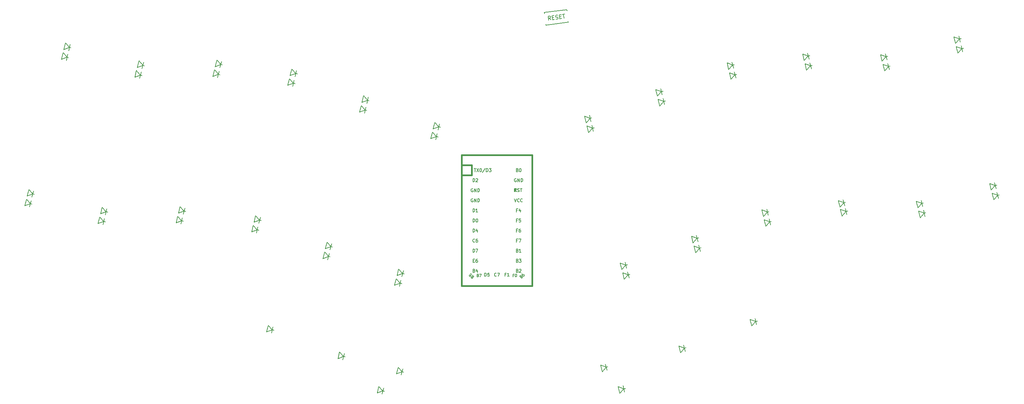
<source format=gto>
%TF.GenerationSoftware,KiCad,Pcbnew,(6.0.0-0)*%
%TF.CreationDate,2022-01-06T19:14:06+00:00*%
%TF.ProjectId,atreis,61747265-6973-42e6-9b69-6361645f7063,rev?*%
%TF.SameCoordinates,Original*%
%TF.FileFunction,Legend,Top*%
%TF.FilePolarity,Positive*%
%FSLAX46Y46*%
G04 Gerber Fmt 4.6, Leading zero omitted, Abs format (unit mm)*
G04 Created by KiCad (PCBNEW (6.0.0-0)) date 2022-01-06 19:14:06*
%MOMM*%
%LPD*%
G01*
G04 APERTURE LIST*
G04 Aperture macros list*
%AMRotRect*
0 Rectangle, with rotation*
0 The origin of the aperture is its center*
0 $1 length*
0 $2 width*
0 $3 Rotation angle, in degrees counterclockwise*
0 Add horizontal line*
21,1,$1,$2,0,0,$3*%
G04 Aperture macros list end*
%ADD10C,0.150000*%
%ADD11C,0.381000*%
%ADD12C,0.200000*%
%ADD13R,1.752600X1.752600*%
%ADD14C,1.752600*%
%ADD15C,3.000000*%
%ADD16C,1.900000*%
%ADD17C,4.100000*%
%ADD18RotRect,1.400000X1.400000X166.330000*%
%ADD19RotRect,1.600000X1.200000X166.330000*%
%ADD20C,1.400000*%
%ADD21RotRect,1.400000X1.400000X193.670000*%
%ADD22RotRect,1.600000X1.200000X193.670000*%
G04 APERTURE END LIST*
D10*
%TO.C,SW1*%
X196987593Y-54022526D02*
X196598711Y-53590508D01*
X196420424Y-54092166D02*
X196298554Y-53099620D01*
X196676667Y-53053193D01*
X196776998Y-53088851D01*
X196830066Y-53130312D01*
X196888937Y-53219036D01*
X196906347Y-53360829D01*
X196870689Y-53461160D01*
X196829228Y-53514228D01*
X196740503Y-53573098D01*
X196362390Y-53619525D01*
X197349133Y-53450391D02*
X197679982Y-53409768D01*
X197885611Y-53912263D02*
X197412970Y-53970296D01*
X197291100Y-52977750D01*
X197763741Y-52919717D01*
X198257920Y-53818573D02*
X198405516Y-53848427D01*
X198641836Y-53819411D01*
X198730561Y-53760540D01*
X198772022Y-53707473D01*
X198807680Y-53607141D01*
X198796073Y-53512613D01*
X198737202Y-53423888D01*
X198684135Y-53382427D01*
X198583803Y-53346770D01*
X198388944Y-53322719D01*
X198288612Y-53287061D01*
X198235545Y-53245600D01*
X198176674Y-53156875D01*
X198165067Y-53062347D01*
X198200725Y-52962016D01*
X198242186Y-52908948D01*
X198330911Y-52850078D01*
X198567231Y-52821061D01*
X198714827Y-52850915D01*
X199192433Y-53224063D02*
X199523282Y-53183439D01*
X199728911Y-53685935D02*
X199256270Y-53743968D01*
X199134400Y-52751422D01*
X199607041Y-52693389D01*
X199890626Y-52658569D02*
X200457795Y-52588929D01*
X200296080Y-53616295D02*
X200174211Y-52623749D01*
%TO.C,U1*%
X188582349Y-102062124D02*
X188315682Y-102062124D01*
X188315682Y-102481171D02*
X188315682Y-101681171D01*
X188696635Y-101681171D01*
X189344254Y-101947838D02*
X189344254Y-102481171D01*
X189153777Y-101643076D02*
X188963301Y-102214505D01*
X189458539Y-102214505D01*
X177317492Y-96639267D02*
X177241301Y-96601171D01*
X177127016Y-96601171D01*
X177012730Y-96639267D01*
X176936539Y-96715457D01*
X176898444Y-96791647D01*
X176860349Y-96944028D01*
X176860349Y-97058314D01*
X176898444Y-97210695D01*
X176936539Y-97286886D01*
X177012730Y-97363076D01*
X177127016Y-97401171D01*
X177203206Y-97401171D01*
X177317492Y-97363076D01*
X177355587Y-97324981D01*
X177355587Y-97058314D01*
X177203206Y-97058314D01*
X177698444Y-97401171D02*
X177698444Y-96601171D01*
X178155587Y-97401171D01*
X178155587Y-96601171D01*
X178536539Y-97401171D02*
X178536539Y-96601171D01*
X178727016Y-96601171D01*
X178841301Y-96639267D01*
X178917492Y-96715457D01*
X178955587Y-96791647D01*
X178993682Y-96944028D01*
X178993682Y-97058314D01*
X178955587Y-97210695D01*
X178917492Y-97286886D01*
X178841301Y-97363076D01*
X178727016Y-97401171D01*
X178536539Y-97401171D01*
X177625667Y-91521171D02*
X178082810Y-91521171D01*
X177854239Y-92321171D02*
X177854239Y-91521171D01*
X178273286Y-91521171D02*
X178806620Y-92321171D01*
X178806620Y-91521171D02*
X178273286Y-92321171D01*
X179263763Y-91521171D02*
X179339953Y-91521171D01*
X179416144Y-91559267D01*
X179454239Y-91597362D01*
X179492334Y-91673552D01*
X179530429Y-91825933D01*
X179530429Y-92016409D01*
X179492334Y-92168790D01*
X179454239Y-92244981D01*
X179416144Y-92283076D01*
X179339953Y-92321171D01*
X179263763Y-92321171D01*
X179187572Y-92283076D01*
X179149477Y-92244981D01*
X179111382Y-92168790D01*
X179073286Y-92016409D01*
X179073286Y-91825933D01*
X179111382Y-91673552D01*
X179149477Y-91597362D01*
X179187572Y-91559267D01*
X179263763Y-91521171D01*
X180444715Y-91483076D02*
X179759001Y-92511647D01*
X180711382Y-92321171D02*
X180711382Y-91521171D01*
X180901858Y-91521171D01*
X181016144Y-91559267D01*
X181092334Y-91635457D01*
X181130429Y-91711647D01*
X181168524Y-91864028D01*
X181168524Y-91978314D01*
X181130429Y-92130695D01*
X181092334Y-92206886D01*
X181016144Y-92283076D01*
X180901858Y-92321171D01*
X180711382Y-92321171D01*
X181435191Y-91521171D02*
X181930429Y-91521171D01*
X181663763Y-91825933D01*
X181778048Y-91825933D01*
X181854239Y-91864028D01*
X181892334Y-91902124D01*
X181930429Y-91978314D01*
X181930429Y-92168790D01*
X181892334Y-92244981D01*
X181854239Y-92283076D01*
X181778048Y-92321171D01*
X181549477Y-92321171D01*
X181473286Y-92283076D01*
X181435191Y-92244981D01*
X188582349Y-109682124D02*
X188315682Y-109682124D01*
X188315682Y-110101171D02*
X188315682Y-109301171D01*
X188696635Y-109301171D01*
X188925206Y-109301171D02*
X189458539Y-109301171D01*
X189115682Y-110101171D01*
X188525206Y-117302124D02*
X188639492Y-117340219D01*
X188677587Y-117378314D01*
X188715682Y-117454505D01*
X188715682Y-117568790D01*
X188677587Y-117644981D01*
X188639492Y-117683076D01*
X188563301Y-117721171D01*
X188258539Y-117721171D01*
X188258539Y-116921171D01*
X188525206Y-116921171D01*
X188601396Y-116959267D01*
X188639492Y-116997362D01*
X188677587Y-117073552D01*
X188677587Y-117149743D01*
X188639492Y-117225933D01*
X188601396Y-117264028D01*
X188525206Y-117302124D01*
X188258539Y-117302124D01*
X189020444Y-116997362D02*
X189058539Y-116959267D01*
X189134730Y-116921171D01*
X189325206Y-116921171D01*
X189401396Y-116959267D01*
X189439492Y-116997362D01*
X189477587Y-117073552D01*
X189477587Y-117149743D01*
X189439492Y-117264028D01*
X188982349Y-117721171D01*
X189477587Y-117721171D01*
X177374635Y-114762124D02*
X177641301Y-114762124D01*
X177755587Y-115181171D02*
X177374635Y-115181171D01*
X177374635Y-114381171D01*
X177755587Y-114381171D01*
X178441301Y-114381171D02*
X178288920Y-114381171D01*
X178212730Y-114419267D01*
X178174635Y-114457362D01*
X178098444Y-114571647D01*
X178060349Y-114724028D01*
X178060349Y-115028790D01*
X178098444Y-115104981D01*
X178136539Y-115143076D01*
X178212730Y-115181171D01*
X178365111Y-115181171D01*
X178441301Y-115143076D01*
X178479396Y-115104981D01*
X178517492Y-115028790D01*
X178517492Y-114838314D01*
X178479396Y-114762124D01*
X178441301Y-114724028D01*
X178365111Y-114685933D01*
X178212730Y-114685933D01*
X178136539Y-114724028D01*
X178098444Y-114762124D01*
X178060349Y-114838314D01*
X177336539Y-112641171D02*
X177336539Y-111841171D01*
X177527016Y-111841171D01*
X177641301Y-111879267D01*
X177717492Y-111955457D01*
X177755587Y-112031647D01*
X177793682Y-112184028D01*
X177793682Y-112298314D01*
X177755587Y-112450695D01*
X177717492Y-112526886D01*
X177641301Y-112603076D01*
X177527016Y-112641171D01*
X177336539Y-112641171D01*
X178060349Y-111841171D02*
X178593682Y-111841171D01*
X178250825Y-112641171D01*
X189552313Y-118794258D02*
X189646594Y-118747118D01*
X189693735Y-118747118D01*
X189764445Y-118770688D01*
X189835156Y-118841399D01*
X189858726Y-118912109D01*
X189858726Y-118959250D01*
X189835156Y-119029960D01*
X189646594Y-119218522D01*
X189151619Y-118723547D01*
X189316611Y-118558556D01*
X189387322Y-118534986D01*
X189434462Y-118534986D01*
X189505173Y-118558556D01*
X189552313Y-118605696D01*
X189575883Y-118676407D01*
X189575883Y-118723547D01*
X189552313Y-118794258D01*
X189387322Y-118959250D01*
X189858726Y-118016441D02*
X189764445Y-118110722D01*
X189740875Y-118181432D01*
X189740875Y-118228573D01*
X189764445Y-118346424D01*
X189835156Y-118464275D01*
X190023718Y-118652837D01*
X190094428Y-118676407D01*
X190141569Y-118676407D01*
X190212280Y-118652837D01*
X190306560Y-118558556D01*
X190330131Y-118487845D01*
X190330131Y-118440705D01*
X190306560Y-118369994D01*
X190188709Y-118252143D01*
X190117999Y-118228573D01*
X190070858Y-118228573D01*
X190000148Y-118252143D01*
X189905867Y-118346424D01*
X189882296Y-118417134D01*
X189882296Y-118464275D01*
X189905867Y-118534986D01*
X185661349Y-118272124D02*
X185394682Y-118272124D01*
X185394682Y-118691171D02*
X185394682Y-117891171D01*
X185775635Y-117891171D01*
X186499444Y-118691171D02*
X186042301Y-118691171D01*
X186270873Y-118691171D02*
X186270873Y-117891171D01*
X186194682Y-118005457D01*
X186118492Y-118081647D01*
X186042301Y-118119743D01*
X187782349Y-99141171D02*
X188049016Y-99941171D01*
X188315682Y-99141171D01*
X189039492Y-99864981D02*
X189001396Y-99903076D01*
X188887111Y-99941171D01*
X188810920Y-99941171D01*
X188696635Y-99903076D01*
X188620444Y-99826886D01*
X188582349Y-99750695D01*
X188544254Y-99598314D01*
X188544254Y-99484028D01*
X188582349Y-99331647D01*
X188620444Y-99255457D01*
X188696635Y-99179267D01*
X188810920Y-99141171D01*
X188887111Y-99141171D01*
X189001396Y-99179267D01*
X189039492Y-99217362D01*
X189839492Y-99864981D02*
X189801396Y-99903076D01*
X189687111Y-99941171D01*
X189610920Y-99941171D01*
X189496635Y-99903076D01*
X189420444Y-99826886D01*
X189382349Y-99750695D01*
X189344254Y-99598314D01*
X189344254Y-99484028D01*
X189382349Y-99331647D01*
X189420444Y-99255457D01*
X189496635Y-99179267D01*
X189610920Y-99141171D01*
X189687111Y-99141171D01*
X189801396Y-99179267D01*
X189839492Y-99217362D01*
X177336539Y-102481171D02*
X177336539Y-101681171D01*
X177527016Y-101681171D01*
X177641301Y-101719267D01*
X177717492Y-101795457D01*
X177755587Y-101871647D01*
X177793682Y-102024028D01*
X177793682Y-102138314D01*
X177755587Y-102290695D01*
X177717492Y-102366886D01*
X177641301Y-102443076D01*
X177527016Y-102481171D01*
X177336539Y-102481171D01*
X178555587Y-102481171D02*
X178098444Y-102481171D01*
X178327016Y-102481171D02*
X178327016Y-101681171D01*
X178250825Y-101795457D01*
X178174635Y-101871647D01*
X178098444Y-101909743D01*
X178604682Y-118479267D02*
X178704682Y-118512600D01*
X178738016Y-118545933D01*
X178771349Y-118612600D01*
X178771349Y-118712600D01*
X178738016Y-118779267D01*
X178704682Y-118812600D01*
X178638016Y-118845933D01*
X178371349Y-118845933D01*
X178371349Y-118145933D01*
X178604682Y-118145933D01*
X178671349Y-118179267D01*
X178704682Y-118212600D01*
X178738016Y-118279267D01*
X178738016Y-118345933D01*
X178704682Y-118412600D01*
X178671349Y-118445933D01*
X178604682Y-118479267D01*
X178371349Y-118479267D01*
X179004682Y-118145933D02*
X179471349Y-118145933D01*
X179171349Y-118845933D01*
X177603206Y-117302124D02*
X177717492Y-117340219D01*
X177755587Y-117378314D01*
X177793682Y-117454505D01*
X177793682Y-117568790D01*
X177755587Y-117644981D01*
X177717492Y-117683076D01*
X177641301Y-117721171D01*
X177336539Y-117721171D01*
X177336539Y-116921171D01*
X177603206Y-116921171D01*
X177679396Y-116959267D01*
X177717492Y-116997362D01*
X177755587Y-117073552D01*
X177755587Y-117149743D01*
X177717492Y-117225933D01*
X177679396Y-117264028D01*
X177603206Y-117302124D01*
X177336539Y-117302124D01*
X178479396Y-117187838D02*
X178479396Y-117721171D01*
X178288920Y-116883076D02*
X178098444Y-117454505D01*
X178593682Y-117454505D01*
X177336539Y-105021171D02*
X177336539Y-104221171D01*
X177527016Y-104221171D01*
X177641301Y-104259267D01*
X177717492Y-104335457D01*
X177755587Y-104411647D01*
X177793682Y-104564028D01*
X177793682Y-104678314D01*
X177755587Y-104830695D01*
X177717492Y-104906886D01*
X177641301Y-104983076D01*
X177527016Y-105021171D01*
X177336539Y-105021171D01*
X178288920Y-104221171D02*
X178365111Y-104221171D01*
X178441301Y-104259267D01*
X178479396Y-104297362D01*
X178517492Y-104373552D01*
X178555587Y-104525933D01*
X178555587Y-104716409D01*
X178517492Y-104868790D01*
X178479396Y-104944981D01*
X178441301Y-104983076D01*
X178365111Y-105021171D01*
X178288920Y-105021171D01*
X178212730Y-104983076D01*
X178174635Y-104944981D01*
X178136539Y-104868790D01*
X178098444Y-104716409D01*
X178098444Y-104525933D01*
X178136539Y-104373552D01*
X178174635Y-104297362D01*
X178212730Y-104259267D01*
X178288920Y-104221171D01*
X188582349Y-104602124D02*
X188315682Y-104602124D01*
X188315682Y-105021171D02*
X188315682Y-104221171D01*
X188696635Y-104221171D01*
X189382349Y-104221171D02*
X189001396Y-104221171D01*
X188963301Y-104602124D01*
X189001396Y-104564028D01*
X189077587Y-104525933D01*
X189268063Y-104525933D01*
X189344254Y-104564028D01*
X189382349Y-104602124D01*
X189420444Y-104678314D01*
X189420444Y-104868790D01*
X189382349Y-104944981D01*
X189344254Y-104983076D01*
X189268063Y-105021171D01*
X189077587Y-105021171D01*
X189001396Y-104983076D01*
X188963301Y-104944981D01*
X188525206Y-112222124D02*
X188639492Y-112260219D01*
X188677587Y-112298314D01*
X188715682Y-112374505D01*
X188715682Y-112488790D01*
X188677587Y-112564981D01*
X188639492Y-112603076D01*
X188563301Y-112641171D01*
X188258539Y-112641171D01*
X188258539Y-111841171D01*
X188525206Y-111841171D01*
X188601396Y-111879267D01*
X188639492Y-111917362D01*
X188677587Y-111993552D01*
X188677587Y-112069743D01*
X188639492Y-112145933D01*
X188601396Y-112184028D01*
X188525206Y-112222124D01*
X188258539Y-112222124D01*
X189477587Y-112641171D02*
X189020444Y-112641171D01*
X189249016Y-112641171D02*
X189249016Y-111841171D01*
X189172825Y-111955457D01*
X189096635Y-112031647D01*
X189020444Y-112069743D01*
X177336539Y-94861171D02*
X177336539Y-94061171D01*
X177527016Y-94061171D01*
X177641301Y-94099267D01*
X177717492Y-94175457D01*
X177755587Y-94251647D01*
X177793682Y-94404028D01*
X177793682Y-94518314D01*
X177755587Y-94670695D01*
X177717492Y-94746886D01*
X177641301Y-94823076D01*
X177527016Y-94861171D01*
X177336539Y-94861171D01*
X178098444Y-94137362D02*
X178136539Y-94099267D01*
X178212730Y-94061171D01*
X178403206Y-94061171D01*
X178479396Y-94099267D01*
X178517492Y-94137362D01*
X178555587Y-94213552D01*
X178555587Y-94289743D01*
X178517492Y-94404028D01*
X178060349Y-94861171D01*
X178555587Y-94861171D01*
X188525206Y-114762124D02*
X188639492Y-114800219D01*
X188677587Y-114838314D01*
X188715682Y-114914505D01*
X188715682Y-115028790D01*
X188677587Y-115104981D01*
X188639492Y-115143076D01*
X188563301Y-115181171D01*
X188258539Y-115181171D01*
X188258539Y-114381171D01*
X188525206Y-114381171D01*
X188601396Y-114419267D01*
X188639492Y-114457362D01*
X188677587Y-114533552D01*
X188677587Y-114609743D01*
X188639492Y-114685933D01*
X188601396Y-114724028D01*
X188525206Y-114762124D01*
X188258539Y-114762124D01*
X188982349Y-114381171D02*
X189477587Y-114381171D01*
X189210920Y-114685933D01*
X189325206Y-114685933D01*
X189401396Y-114724028D01*
X189439492Y-114762124D01*
X189477587Y-114838314D01*
X189477587Y-115028790D01*
X189439492Y-115104981D01*
X189401396Y-115143076D01*
X189325206Y-115181171D01*
X189096635Y-115181171D01*
X189020444Y-115143076D01*
X188982349Y-115104981D01*
X177336539Y-107561171D02*
X177336539Y-106761171D01*
X177527016Y-106761171D01*
X177641301Y-106799267D01*
X177717492Y-106875457D01*
X177755587Y-106951647D01*
X177793682Y-107104028D01*
X177793682Y-107218314D01*
X177755587Y-107370695D01*
X177717492Y-107446886D01*
X177641301Y-107523076D01*
X177527016Y-107561171D01*
X177336539Y-107561171D01*
X178479396Y-107027838D02*
X178479396Y-107561171D01*
X178288920Y-106723076D02*
X178098444Y-107294505D01*
X178593682Y-107294505D01*
X187654682Y-118479267D02*
X187421349Y-118479267D01*
X187421349Y-118845933D02*
X187421349Y-118145933D01*
X187754682Y-118145933D01*
X188154682Y-118145933D02*
X188221349Y-118145933D01*
X188288016Y-118179267D01*
X188321349Y-118212600D01*
X188354682Y-118279267D01*
X188388016Y-118412600D01*
X188388016Y-118579267D01*
X188354682Y-118712600D01*
X188321349Y-118779267D01*
X188288016Y-118812600D01*
X188221349Y-118845933D01*
X188154682Y-118845933D01*
X188088016Y-118812600D01*
X188054682Y-118779267D01*
X188021349Y-118712600D01*
X187988016Y-118579267D01*
X187988016Y-118412600D01*
X188021349Y-118279267D01*
X188054682Y-118212600D01*
X188088016Y-118179267D01*
X188154682Y-118145933D01*
X183254682Y-118614981D02*
X183216587Y-118653076D01*
X183102301Y-118691171D01*
X183026111Y-118691171D01*
X182911825Y-118653076D01*
X182835635Y-118576886D01*
X182797539Y-118500695D01*
X182759444Y-118348314D01*
X182759444Y-118234028D01*
X182797539Y-118081647D01*
X182835635Y-118005457D01*
X182911825Y-117929267D01*
X183026111Y-117891171D01*
X183102301Y-117891171D01*
X183216587Y-117929267D01*
X183254682Y-117967362D01*
X183521349Y-117891171D02*
X184054682Y-117891171D01*
X183711825Y-118691171D01*
X188239492Y-94099267D02*
X188163301Y-94061171D01*
X188049016Y-94061171D01*
X187934730Y-94099267D01*
X187858539Y-94175457D01*
X187820444Y-94251647D01*
X187782349Y-94404028D01*
X187782349Y-94518314D01*
X187820444Y-94670695D01*
X187858539Y-94746886D01*
X187934730Y-94823076D01*
X188049016Y-94861171D01*
X188125206Y-94861171D01*
X188239492Y-94823076D01*
X188277587Y-94784981D01*
X188277587Y-94518314D01*
X188125206Y-94518314D01*
X188620444Y-94861171D02*
X188620444Y-94061171D01*
X189077587Y-94861171D01*
X189077587Y-94061171D01*
X189458539Y-94861171D02*
X189458539Y-94061171D01*
X189649016Y-94061171D01*
X189763301Y-94099267D01*
X189839492Y-94175457D01*
X189877587Y-94251647D01*
X189915682Y-94404028D01*
X189915682Y-94518314D01*
X189877587Y-94670695D01*
X189839492Y-94746886D01*
X189763301Y-94823076D01*
X189649016Y-94861171D01*
X189458539Y-94861171D01*
X188525206Y-91902124D02*
X188639492Y-91940219D01*
X188677587Y-91978314D01*
X188715682Y-92054505D01*
X188715682Y-92168790D01*
X188677587Y-92244981D01*
X188639492Y-92283076D01*
X188563301Y-92321171D01*
X188258539Y-92321171D01*
X188258539Y-91521171D01*
X188525206Y-91521171D01*
X188601396Y-91559267D01*
X188639492Y-91597362D01*
X188677587Y-91673552D01*
X188677587Y-91749743D01*
X188639492Y-91825933D01*
X188601396Y-91864028D01*
X188525206Y-91902124D01*
X188258539Y-91902124D01*
X189210920Y-91521171D02*
X189287111Y-91521171D01*
X189363301Y-91559267D01*
X189401396Y-91597362D01*
X189439492Y-91673552D01*
X189477587Y-91825933D01*
X189477587Y-92016409D01*
X189439492Y-92168790D01*
X189401396Y-92244981D01*
X189363301Y-92283076D01*
X189287111Y-92321171D01*
X189210920Y-92321171D01*
X189134730Y-92283076D01*
X189096635Y-92244981D01*
X189058539Y-92168790D01*
X189020444Y-92016409D01*
X189020444Y-91825933D01*
X189058539Y-91673552D01*
X189096635Y-91597362D01*
X189134730Y-91559267D01*
X189210920Y-91521171D01*
X177153007Y-118864969D02*
X177105867Y-118770688D01*
X177105867Y-118723547D01*
X177129437Y-118652837D01*
X177200148Y-118582126D01*
X177270858Y-118558556D01*
X177317999Y-118558556D01*
X177388709Y-118582126D01*
X177577271Y-118770688D01*
X177082296Y-119265663D01*
X176917305Y-119100671D01*
X176893735Y-119029960D01*
X176893735Y-118982820D01*
X176917305Y-118912109D01*
X176964445Y-118864969D01*
X177035156Y-118841399D01*
X177082296Y-118841399D01*
X177153007Y-118864969D01*
X177317999Y-119029960D01*
X176351619Y-118534986D02*
X176587322Y-118770688D01*
X176846594Y-118558556D01*
X176799454Y-118558556D01*
X176728743Y-118534986D01*
X176610892Y-118417134D01*
X176587322Y-118346424D01*
X176587322Y-118299283D01*
X176610892Y-118228573D01*
X176728743Y-118110722D01*
X176799454Y-118087151D01*
X176846594Y-118087151D01*
X176917305Y-118110722D01*
X177035156Y-118228573D01*
X177058726Y-118299283D01*
X177058726Y-118346424D01*
X177317492Y-99179267D02*
X177241301Y-99141171D01*
X177127016Y-99141171D01*
X177012730Y-99179267D01*
X176936539Y-99255457D01*
X176898444Y-99331647D01*
X176860349Y-99484028D01*
X176860349Y-99598314D01*
X176898444Y-99750695D01*
X176936539Y-99826886D01*
X177012730Y-99903076D01*
X177127016Y-99941171D01*
X177203206Y-99941171D01*
X177317492Y-99903076D01*
X177355587Y-99864981D01*
X177355587Y-99598314D01*
X177203206Y-99598314D01*
X177698444Y-99941171D02*
X177698444Y-99141171D01*
X178155587Y-99941171D01*
X178155587Y-99141171D01*
X178536539Y-99941171D02*
X178536539Y-99141171D01*
X178727016Y-99141171D01*
X178841301Y-99179267D01*
X178917492Y-99255457D01*
X178955587Y-99331647D01*
X178993682Y-99484028D01*
X178993682Y-99598314D01*
X178955587Y-99750695D01*
X178917492Y-99826886D01*
X178841301Y-99903076D01*
X178727016Y-99941171D01*
X178536539Y-99941171D01*
X180257539Y-118691171D02*
X180257539Y-117891171D01*
X180448016Y-117891171D01*
X180562301Y-117929267D01*
X180638492Y-118005457D01*
X180676587Y-118081647D01*
X180714682Y-118234028D01*
X180714682Y-118348314D01*
X180676587Y-118500695D01*
X180638492Y-118576886D01*
X180562301Y-118653076D01*
X180448016Y-118691171D01*
X180257539Y-118691171D01*
X181438492Y-117891171D02*
X181057539Y-117891171D01*
X181019444Y-118272124D01*
X181057539Y-118234028D01*
X181133730Y-118195933D01*
X181324206Y-118195933D01*
X181400396Y-118234028D01*
X181438492Y-118272124D01*
X181476587Y-118348314D01*
X181476587Y-118538790D01*
X181438492Y-118614981D01*
X181400396Y-118653076D01*
X181324206Y-118691171D01*
X181133730Y-118691171D01*
X181057539Y-118653076D01*
X181019444Y-118614981D01*
X188587802Y-97333076D02*
X188702088Y-97371171D01*
X188892564Y-97371171D01*
X188968755Y-97333076D01*
X189006850Y-97294981D01*
X189044945Y-97218790D01*
X189044945Y-97142600D01*
X189006850Y-97066409D01*
X188968755Y-97028314D01*
X188892564Y-96990219D01*
X188740183Y-96952124D01*
X188663993Y-96914028D01*
X188625897Y-96875933D01*
X188587802Y-96799743D01*
X188587802Y-96723552D01*
X188625897Y-96647362D01*
X188663993Y-96609267D01*
X188740183Y-96571171D01*
X188930659Y-96571171D01*
X189044945Y-96609267D01*
X189273516Y-96571171D02*
X189730659Y-96571171D01*
X189502088Y-97371171D02*
X189502088Y-96571171D01*
X188582349Y-107142124D02*
X188315682Y-107142124D01*
X188315682Y-107561171D02*
X188315682Y-106761171D01*
X188696635Y-106761171D01*
X189344254Y-106761171D02*
X189191873Y-106761171D01*
X189115682Y-106799267D01*
X189077587Y-106837362D01*
X189001396Y-106951647D01*
X188963301Y-107104028D01*
X188963301Y-107408790D01*
X189001396Y-107484981D01*
X189039492Y-107523076D01*
X189115682Y-107561171D01*
X189268063Y-107561171D01*
X189344254Y-107523076D01*
X189382349Y-107484981D01*
X189420444Y-107408790D01*
X189420444Y-107218314D01*
X189382349Y-107142124D01*
X189344254Y-107104028D01*
X189268063Y-107065933D01*
X189115682Y-107065933D01*
X189039492Y-107104028D01*
X189001396Y-107142124D01*
X188963301Y-107218314D01*
X177793682Y-110024981D02*
X177755587Y-110063076D01*
X177641301Y-110101171D01*
X177565111Y-110101171D01*
X177450825Y-110063076D01*
X177374635Y-109986886D01*
X177336539Y-109910695D01*
X177298444Y-109758314D01*
X177298444Y-109644028D01*
X177336539Y-109491647D01*
X177374635Y-109415457D01*
X177450825Y-109339267D01*
X177565111Y-109301171D01*
X177641301Y-109301171D01*
X177755587Y-109339267D01*
X177793682Y-109377362D01*
X178479396Y-109301171D02*
X178327016Y-109301171D01*
X178250825Y-109339267D01*
X178212730Y-109377362D01*
X178136539Y-109491647D01*
X178098444Y-109644028D01*
X178098444Y-109948790D01*
X178136539Y-110024981D01*
X178174635Y-110063076D01*
X178250825Y-110101171D01*
X178403206Y-110101171D01*
X178479396Y-110063076D01*
X178517492Y-110024981D01*
X178555587Y-109948790D01*
X178555587Y-109758314D01*
X178517492Y-109682124D01*
X178479396Y-109644028D01*
X178403206Y-109605933D01*
X178250825Y-109605933D01*
X178174635Y-109644028D01*
X178136539Y-109682124D01*
X178098444Y-109758314D01*
%TO.C,SW1*%
X201397764Y-54637263D02*
X201367297Y-54389127D01*
X195740251Y-55331918D02*
X195709784Y-55083782D01*
X195350270Y-52155771D02*
X195380737Y-52403907D01*
X195350270Y-52155771D02*
X201007783Y-51461116D01*
X195740251Y-55331918D02*
X201397764Y-54637263D01*
X201007783Y-51461116D02*
X201038250Y-51709252D01*
D11*
%TO.C,U1*%
X174498016Y-88149267D02*
X174498016Y-90689267D01*
X177038016Y-90689267D02*
X177038016Y-93229267D01*
X192278016Y-88149267D02*
X174498016Y-88149267D01*
X177038016Y-90689267D02*
X174498016Y-90689267D01*
X174498016Y-121169267D02*
X192278016Y-121169267D01*
X177038016Y-93229267D02*
X174498016Y-93229267D01*
X192278016Y-121169267D02*
X192278016Y-90689267D01*
X174498016Y-90689267D02*
X174498016Y-121169267D01*
X192278016Y-90689267D02*
X192278016Y-88149267D01*
D10*
X188319584Y-96568627D02*
X188319584Y-96668627D01*
X188319584Y-96668627D02*
X187819584Y-96668627D01*
X187819584Y-96668627D02*
X187819584Y-96568627D01*
X187819584Y-96568627D02*
X188319584Y-96568627D01*
G36*
X188319584Y-96668627D02*
G01*
X187819584Y-96668627D01*
X187819584Y-96568627D01*
X188319584Y-96568627D01*
X188319584Y-96668627D01*
G37*
X188319584Y-96668627D02*
X187819584Y-96668627D01*
X187819584Y-96568627D01*
X188319584Y-96568627D01*
X188319584Y-96668627D01*
X188319584Y-96568627D02*
X188319584Y-96868627D01*
X188319584Y-96868627D02*
X188219584Y-96868627D01*
X188219584Y-96868627D02*
X188219584Y-96568627D01*
X188219584Y-96568627D02*
X188319584Y-96568627D01*
G36*
X188319584Y-96868627D02*
G01*
X188219584Y-96868627D01*
X188219584Y-96568627D01*
X188319584Y-96568627D01*
X188319584Y-96868627D01*
G37*
X188319584Y-96868627D02*
X188219584Y-96868627D01*
X188219584Y-96568627D01*
X188319584Y-96568627D01*
X188319584Y-96868627D01*
X188119584Y-96968627D02*
X188119584Y-97068627D01*
X188119584Y-97068627D02*
X188019584Y-97068627D01*
X188019584Y-97068627D02*
X188019584Y-96968627D01*
X188019584Y-96968627D02*
X188119584Y-96968627D01*
G36*
X188119584Y-97068627D02*
G01*
X188019584Y-97068627D01*
X188019584Y-96968627D01*
X188119584Y-96968627D01*
X188119584Y-97068627D01*
G37*
X188119584Y-97068627D02*
X188019584Y-97068627D01*
X188019584Y-96968627D01*
X188119584Y-96968627D01*
X188119584Y-97068627D01*
X187919584Y-96568627D02*
X187919584Y-97368627D01*
X187919584Y-97368627D02*
X187819584Y-97368627D01*
X187819584Y-97368627D02*
X187819584Y-96568627D01*
X187819584Y-96568627D02*
X187919584Y-96568627D01*
G36*
X187919584Y-97368627D02*
G01*
X187819584Y-97368627D01*
X187819584Y-96568627D01*
X187919584Y-96568627D01*
X187919584Y-97368627D01*
G37*
X187919584Y-97368627D02*
X187819584Y-97368627D01*
X187819584Y-96568627D01*
X187919584Y-96568627D01*
X187919584Y-97368627D01*
X188319584Y-97168627D02*
X188319584Y-97368627D01*
X188319584Y-97368627D02*
X188219584Y-97368627D01*
X188219584Y-97368627D02*
X188219584Y-97168627D01*
X188219584Y-97168627D02*
X188319584Y-97168627D01*
G36*
X188319584Y-97368627D02*
G01*
X188219584Y-97368627D01*
X188219584Y-97168627D01*
X188319584Y-97168627D01*
X188319584Y-97368627D01*
G37*
X188319584Y-97368627D02*
X188219584Y-97368627D01*
X188219584Y-97168627D01*
X188319584Y-97168627D01*
X188319584Y-97368627D01*
D12*
%TO.C,D28*%
X159468381Y-142804173D02*
X158454670Y-141682839D01*
X159469158Y-142804362D02*
X159857827Y-142898894D01*
X158454670Y-141682839D02*
X158052910Y-143334683D01*
X159468381Y-142804173D02*
X158052910Y-143334683D01*
X159658222Y-142027023D02*
X159280095Y-143581700D01*
%TO.C,D11*%
X150175831Y-76761272D02*
X150564500Y-76855804D01*
X149161343Y-75639749D02*
X148759583Y-77291593D01*
X150364895Y-75983933D02*
X149986768Y-77538610D01*
X150175054Y-76761083D02*
X149161343Y-75639749D01*
X150175054Y-76761083D02*
X148759583Y-77291593D01*
%TO.C,D54*%
X215406993Y-147107967D02*
X215795662Y-147013435D01*
X213990745Y-146577646D02*
X214392505Y-148229490D01*
X215406216Y-147108156D02*
X213990745Y-146577646D01*
X215406216Y-147108156D02*
X214392505Y-148229490D01*
X215217930Y-146330629D02*
X215596057Y-147885306D01*
%TO.C,D40*%
X299246663Y-60751982D02*
X299648423Y-62403826D01*
X300473848Y-60504965D02*
X300851975Y-62059642D01*
X300662911Y-61282303D02*
X301051580Y-61187771D01*
X300662134Y-61282492D02*
X299648423Y-62403826D01*
X300662134Y-61282492D02*
X299246663Y-60751982D01*
%TO.C,D24*%
X158003913Y-119353798D02*
X157602153Y-121005642D01*
X159207465Y-119697982D02*
X158829338Y-121252659D01*
X159018401Y-120475321D02*
X159407070Y-120569853D01*
X159017624Y-120475132D02*
X157602153Y-121005642D01*
X159017624Y-120475132D02*
X158003913Y-119353798D01*
%TO.C,D29*%
X206910504Y-78856578D02*
X207299173Y-78762046D01*
X206909727Y-78856767D02*
X205896016Y-79978101D01*
X205494256Y-78326257D02*
X205896016Y-79978101D01*
X206721441Y-78079240D02*
X207099568Y-79633917D01*
X206909727Y-78856767D02*
X205494256Y-78326257D01*
%TO.C,D8*%
X93503416Y-67944151D02*
X92489705Y-66822817D01*
X93503416Y-67944151D02*
X92087945Y-68474661D01*
X92489705Y-66822817D02*
X92087945Y-68474661D01*
X93693257Y-67167001D02*
X93315130Y-68721678D01*
X93504193Y-67944340D02*
X93892862Y-68038872D01*
%TO.C,D37*%
X243451023Y-67877990D02*
X243839692Y-67783458D01*
X243450246Y-67878179D02*
X242436535Y-68999513D01*
X242034775Y-67347669D02*
X242436535Y-68999513D01*
X243450246Y-67878179D02*
X242034775Y-67347669D01*
X243261960Y-67100652D02*
X243640087Y-68655329D01*
%TO.C,D43*%
X251607315Y-102490897D02*
X250191844Y-101960387D01*
X251608092Y-102490708D02*
X251996761Y-102396176D01*
X251419029Y-101713370D02*
X251797156Y-103268047D01*
X251607315Y-102490897D02*
X250593604Y-103612231D01*
X250191844Y-101960387D02*
X250593604Y-103612231D01*
%TO.C,D49*%
X252207592Y-104958948D02*
X251193881Y-106080282D01*
X252207592Y-104958948D02*
X250792121Y-104428438D01*
X252019306Y-104181421D02*
X252397433Y-105736098D01*
X250792121Y-104428438D02*
X251193881Y-106080282D01*
X252208369Y-104958759D02*
X252597038Y-104864227D01*
%TO.C,D12*%
X168145176Y-83484401D02*
X167131465Y-82363067D01*
X168335017Y-82707251D02*
X167956890Y-84261928D01*
X168145176Y-83484401D02*
X166729705Y-84014911D01*
X168145953Y-83484590D02*
X168534622Y-83579122D01*
X167131465Y-82363067D02*
X166729705Y-84014911D01*
%TO.C,D47*%
X215098682Y-117815050D02*
X215500442Y-119466894D01*
X216325867Y-117568033D02*
X216703994Y-119122710D01*
X216514153Y-118345560D02*
X215098682Y-117815050D01*
X216514153Y-118345560D02*
X215500442Y-119466894D01*
X216514930Y-118345371D02*
X216903599Y-118250839D01*
%TO.C,D23*%
X159617900Y-118007083D02*
X158202429Y-118537593D01*
X158604189Y-116885749D02*
X158202429Y-118537593D01*
X159618677Y-118007272D02*
X160007346Y-118101804D01*
X159807741Y-117229933D02*
X159429614Y-118784610D01*
X159617900Y-118007083D02*
X158604189Y-116885749D01*
%TO.C,D39*%
X282152539Y-65784378D02*
X282541208Y-65689846D01*
X282151762Y-65784567D02*
X281138051Y-66905901D01*
X280736291Y-65254057D02*
X281138051Y-66905901D01*
X282151762Y-65784567D02*
X280736291Y-65254057D01*
X281963476Y-65007040D02*
X282341603Y-66561717D01*
%TO.C,D55*%
X230688262Y-136856151D02*
X229674551Y-137977485D01*
X230689039Y-136855962D02*
X231077708Y-136761430D01*
X230688262Y-136856151D02*
X229272791Y-136325641D01*
X229272791Y-136325641D02*
X229674551Y-137977485D01*
X230499976Y-136078624D02*
X230878103Y-137633301D01*
%TO.C,D50*%
X271445766Y-102371092D02*
X271834435Y-102276560D01*
X271256703Y-101593754D02*
X271634830Y-103148431D01*
X271444989Y-102371281D02*
X270431278Y-103492615D01*
X270029518Y-101840771D02*
X270431278Y-103492615D01*
X271444989Y-102371281D02*
X270029518Y-101840771D01*
%TO.C,D16*%
X84253238Y-104905056D02*
X84641907Y-104999588D01*
X84442302Y-104127717D02*
X84064175Y-105682394D01*
X84252461Y-104904867D02*
X83238750Y-103783533D01*
X83238750Y-103783533D02*
X82836990Y-105435377D01*
X84252461Y-104904867D02*
X82836990Y-105435377D01*
%TO.C,D30*%
X224880624Y-72133259D02*
X225269293Y-72038727D01*
X223464376Y-71602938D02*
X223866136Y-73254782D01*
X224879847Y-72133448D02*
X223464376Y-71602938D01*
X224879847Y-72133448D02*
X223866136Y-73254782D01*
X224691561Y-71355921D02*
X225069688Y-72910598D01*
%TO.C,D31*%
X242850748Y-65409938D02*
X243239417Y-65315406D01*
X241434500Y-64879617D02*
X241836260Y-66531461D01*
X242849971Y-65410127D02*
X241434500Y-64879617D01*
X242661685Y-64632600D02*
X243039812Y-66187277D01*
X242849971Y-65410127D02*
X241836260Y-66531461D01*
%TO.C,D27*%
X154632479Y-147640301D02*
X153618768Y-146518967D01*
X154633256Y-147640490D02*
X155021925Y-147735022D01*
X154822320Y-146863151D02*
X154444193Y-148417828D01*
X154632479Y-147640301D02*
X153217008Y-148170811D01*
X153618768Y-146518967D02*
X153217008Y-148170811D01*
%TO.C,D26*%
X143706403Y-137834376D02*
X143304643Y-139486220D01*
X144720891Y-138955899D02*
X145109560Y-139050431D01*
X144909955Y-138178560D02*
X144531828Y-139733237D01*
X144720114Y-138955710D02*
X143706403Y-137834376D01*
X144720114Y-138955710D02*
X143304643Y-139486220D01*
%TO.C,D44*%
X270904740Y-100150040D02*
X269489269Y-99619530D01*
X270716454Y-99372513D02*
X271094581Y-100927190D01*
X270905517Y-100149851D02*
X271294186Y-100055319D01*
X270904740Y-100150040D02*
X269891029Y-101271374D01*
X269489269Y-99619530D02*
X269891029Y-101271374D01*
%TO.C,D41*%
X215913876Y-115877509D02*
X214498405Y-115346999D01*
X215913876Y-115877509D02*
X214900165Y-116998843D01*
X215914653Y-115877320D02*
X216303322Y-115782788D01*
X215725590Y-115099982D02*
X216103717Y-116654659D01*
X214498405Y-115346999D02*
X214900165Y-116998843D01*
%TO.C,D25*%
X126749992Y-132232390D02*
X125736281Y-131111056D01*
X126749992Y-132232390D02*
X125334521Y-132762900D01*
X126750769Y-132232579D02*
X127139438Y-132327111D01*
X126939833Y-131455240D02*
X126561706Y-133009917D01*
X125736281Y-131111056D02*
X125334521Y-132762900D01*
%TO.C,D42*%
X233884000Y-109154191D02*
X232870289Y-110275525D01*
X233695714Y-108376664D02*
X234073841Y-109931341D01*
X233884777Y-109154002D02*
X234273446Y-109059470D01*
X232468529Y-108623681D02*
X232870289Y-110275525D01*
X233884000Y-109154191D02*
X232468529Y-108623681D01*
%TO.C,D33*%
X280136015Y-62786005D02*
X280537775Y-64437849D01*
X281363200Y-62538988D02*
X281741327Y-64093665D01*
X281551486Y-63316515D02*
X280136015Y-62786005D01*
X281552263Y-63316326D02*
X281940932Y-63221794D01*
X281551486Y-63316515D02*
X280537775Y-64437849D01*
%TO.C,D10*%
X132271372Y-69230599D02*
X131893245Y-70785276D01*
X132082308Y-70007938D02*
X132470977Y-70102470D01*
X132081531Y-70007749D02*
X131067820Y-68886415D01*
X131067820Y-68886415D02*
X130666060Y-70538259D01*
X132081531Y-70007749D02*
X130666060Y-70538259D01*
%TO.C,D56*%
X248470096Y-129355301D02*
X248848223Y-130909978D01*
X248659159Y-130132639D02*
X249047828Y-130038107D01*
X248658382Y-130132828D02*
X247242911Y-129602318D01*
X247242911Y-129602318D02*
X247644671Y-131254162D01*
X248658382Y-130132828D02*
X247644671Y-131254162D01*
%TO.C,D38*%
X261085396Y-65066838D02*
X261487156Y-66718682D01*
X262312581Y-64819821D02*
X262690708Y-66374498D01*
X262500867Y-65597348D02*
X261487156Y-66718682D01*
X262501644Y-65597159D02*
X262890313Y-65502627D01*
X262500867Y-65597348D02*
X261085396Y-65066838D01*
%TO.C,D6*%
X168935294Y-80239206D02*
X168557167Y-81793883D01*
X168746230Y-81016545D02*
X169134899Y-81111077D01*
X168745453Y-81016356D02*
X167731742Y-79895022D01*
X168745453Y-81016356D02*
X167329982Y-81546866D01*
X167731742Y-79895022D02*
X167329982Y-81546866D01*
%TO.C,D17*%
X104504410Y-102249788D02*
X104893079Y-102344320D01*
X104693474Y-101472449D02*
X104315347Y-103027126D01*
X103489922Y-101128265D02*
X103088162Y-102780109D01*
X104503633Y-102249599D02*
X103088162Y-102780109D01*
X104503633Y-102249599D02*
X103489922Y-101128265D01*
%TO.C,D48*%
X234484274Y-111622238D02*
X233470563Y-112743572D01*
X234485051Y-111622049D02*
X234873720Y-111527517D01*
X234295988Y-110844711D02*
X234674115Y-112399388D01*
X234484274Y-111622238D02*
X233068803Y-111091728D01*
X233068803Y-111091728D02*
X233470563Y-112743572D01*
%TO.C,D2*%
X94104471Y-65476293D02*
X94493140Y-65570825D01*
X94103694Y-65476104D02*
X92688223Y-66006614D01*
X93089983Y-64354770D02*
X92688223Y-66006614D01*
X94103694Y-65476104D02*
X93089983Y-64354770D01*
X94293535Y-64698954D02*
X93915408Y-66253631D01*
%TO.C,D51*%
X291156689Y-102805119D02*
X291545358Y-102710587D01*
X290967626Y-102027781D02*
X291345753Y-103582458D01*
X291155912Y-102805308D02*
X290142201Y-103926642D01*
X291155912Y-102805308D02*
X289740441Y-102274798D01*
X289740441Y-102274798D02*
X290142201Y-103926642D01*
%TO.C,D22*%
X140924100Y-113721799D02*
X139910389Y-112600465D01*
X140924877Y-113721988D02*
X141313546Y-113816520D01*
X140924100Y-113721799D02*
X139508629Y-114252309D01*
X139910389Y-112600465D02*
X139508629Y-114252309D01*
X141113941Y-112944649D02*
X140735814Y-114499326D01*
%TO.C,D9*%
X112140603Y-66635599D02*
X111738843Y-68287443D01*
X113155091Y-67757122D02*
X113543760Y-67851654D01*
X113154314Y-67756933D02*
X111738843Y-68287443D01*
X113344155Y-66979783D02*
X112966028Y-68534460D01*
X113154314Y-67756933D02*
X112140603Y-66635599D01*
%TO.C,D36*%
X224064654Y-74070989D02*
X224466414Y-75722833D01*
X225480125Y-74601499D02*
X224064654Y-74070989D01*
X225480902Y-74601310D02*
X225869571Y-74506778D01*
X225480125Y-74601499D02*
X224466414Y-75722833D01*
X225291839Y-73823972D02*
X225669966Y-75378649D01*
%TO.C,D46*%
X308877723Y-95057656D02*
X309255850Y-96612333D01*
X309066009Y-95835183D02*
X307650538Y-95304673D01*
X307650538Y-95304673D02*
X308052298Y-96956517D01*
X309066786Y-95834994D02*
X309455455Y-95740462D01*
X309066009Y-95835183D02*
X308052298Y-96956517D01*
%TO.C,D1*%
X75783164Y-60196881D02*
X75405037Y-61751558D01*
X75593323Y-60974031D02*
X74177852Y-61504541D01*
X74579612Y-59852697D02*
X74177852Y-61504541D01*
X75593323Y-60974031D02*
X74579612Y-59852697D01*
X75594100Y-60974220D02*
X75982769Y-61068752D01*
%TO.C,D34*%
X298646385Y-58283932D02*
X299048145Y-59935776D01*
X300061856Y-58814442D02*
X298646385Y-58283932D01*
X299873570Y-58036915D02*
X300251697Y-59591592D01*
X300061856Y-58814442D02*
X299048145Y-59935776D01*
X300062633Y-58814253D02*
X300451302Y-58719721D01*
%TO.C,D21*%
X141525153Y-111253938D02*
X141913822Y-111348470D01*
X141524376Y-111253749D02*
X140108905Y-111784259D01*
X141524376Y-111253749D02*
X140510665Y-110132415D01*
X141714217Y-110476599D02*
X141336090Y-112031276D01*
X140510665Y-110132415D02*
X140108905Y-111784259D01*
%TO.C,D20*%
X121940265Y-105877144D02*
X121538505Y-107528988D01*
X122954753Y-106998667D02*
X123343422Y-107093199D01*
X122953976Y-106998478D02*
X121940265Y-105877144D01*
X122953976Y-106998478D02*
X121538505Y-107528988D01*
X123143817Y-106221328D02*
X122765690Y-107776005D01*
%TO.C,D45*%
X290555637Y-100337259D02*
X289140166Y-99806749D01*
X289140166Y-99806749D02*
X289541926Y-101458593D01*
X290555637Y-100337259D02*
X289541926Y-101458593D01*
X290367351Y-99559732D02*
X290745478Y-101114409D01*
X290556414Y-100337070D02*
X290945083Y-100242538D01*
%TO.C,D3*%
X113754591Y-65288885D02*
X112339120Y-65819395D01*
X112740880Y-64167551D02*
X112339120Y-65819395D01*
X113755368Y-65289074D02*
X114144037Y-65383606D01*
X113944432Y-64511735D02*
X113566305Y-66066412D01*
X113754591Y-65288885D02*
X112740880Y-64167551D01*
%TO.C,D14*%
X64728379Y-99281455D02*
X64326619Y-100933299D01*
X65931931Y-99625639D02*
X65553804Y-101180316D01*
X65742867Y-100402978D02*
X66131536Y-100497510D01*
X65742090Y-100402789D02*
X64326619Y-100933299D01*
X65742090Y-100402789D02*
X64728379Y-99281455D01*
%TO.C,D32*%
X260485118Y-62598789D02*
X260886878Y-64250633D01*
X261712303Y-62351772D02*
X262090430Y-63906449D01*
X261900589Y-63129299D02*
X260886878Y-64250633D01*
X261900589Y-63129299D02*
X260485118Y-62598789D01*
X261901366Y-63129110D02*
X262290035Y-63034578D01*
%TO.C,D52*%
X309667059Y-98303044D02*
X310055728Y-98208512D01*
X308250811Y-97772723D02*
X308652571Y-99424567D01*
X309477996Y-97525706D02*
X309856123Y-99080383D01*
X309666282Y-98303233D02*
X308250811Y-97772723D01*
X309666282Y-98303233D02*
X308652571Y-99424567D01*
%TO.C,D19*%
X123555032Y-104530619D02*
X123943701Y-104625151D01*
X122540544Y-103409096D02*
X122138784Y-105060940D01*
X123554255Y-104530430D02*
X122540544Y-103409096D01*
X123554255Y-104530430D02*
X122138784Y-105060940D01*
X123744096Y-103753280D02*
X123365969Y-105307957D01*
%TO.C,D13*%
X66532209Y-97157592D02*
X66154082Y-98712269D01*
X66343145Y-97934931D02*
X66731814Y-98029463D01*
X66342368Y-97934742D02*
X64926897Y-98465252D01*
X65328657Y-96813408D02*
X64926897Y-98465252D01*
X66342368Y-97934742D02*
X65328657Y-96813408D01*
%TO.C,D53*%
X210943867Y-141658365D02*
X209528396Y-141127855D01*
X210755581Y-140880838D02*
X211133708Y-142435515D01*
X210943867Y-141658365D02*
X209930156Y-142779699D01*
X210944644Y-141658176D02*
X211333313Y-141563644D01*
X209528396Y-141127855D02*
X209930156Y-142779699D01*
%TO.C,D5*%
X149761621Y-73171702D02*
X149359861Y-74823546D01*
X150776109Y-74293225D02*
X151164778Y-74387757D01*
X150775332Y-74293036D02*
X149761621Y-73171702D01*
X150775332Y-74293036D02*
X149359861Y-74823546D01*
X150965173Y-73515886D02*
X150587046Y-75070563D01*
%TO.C,D18*%
X103904136Y-104717836D02*
X104292805Y-104812368D01*
X104093200Y-103940497D02*
X103715073Y-105495174D01*
X103903359Y-104717647D02*
X102889648Y-103596313D01*
X103903359Y-104717647D02*
X102487888Y-105248157D01*
X102889648Y-103596313D02*
X102487888Y-105248157D01*
%TO.C,D15*%
X84852739Y-102436817D02*
X83839028Y-101315483D01*
X85042580Y-101659667D02*
X84664453Y-103214344D01*
X84852739Y-102436817D02*
X83437268Y-102967327D01*
X84853516Y-102437006D02*
X85242185Y-102531538D01*
X83839028Y-101315483D02*
X83437268Y-102967327D01*
%TO.C,D4*%
X132681808Y-67539702D02*
X131668097Y-66418368D01*
X132871649Y-66762552D02*
X132493522Y-68317229D01*
X131668097Y-66418368D02*
X131266337Y-68070212D01*
X132681808Y-67539702D02*
X131266337Y-68070212D01*
X132682585Y-67539891D02*
X133071254Y-67634423D01*
%TO.C,D7*%
X74993046Y-63442077D02*
X73979335Y-62320743D01*
X73979335Y-62320743D02*
X73577575Y-63972587D01*
X74993046Y-63442077D02*
X73577575Y-63972587D01*
X74993823Y-63442266D02*
X75382492Y-63536798D01*
X75182887Y-62664927D02*
X74804760Y-64219604D01*
%TO.C,D35*%
X207510780Y-81324630D02*
X207899449Y-81230098D01*
X206094532Y-80794309D02*
X206496292Y-82446153D01*
X207510003Y-81324819D02*
X206496292Y-82446153D01*
X207321717Y-80547292D02*
X207699844Y-82101969D01*
X207510003Y-81324819D02*
X206094532Y-80794309D01*
%TD*%
D13*
%TO.C,U1*%
X175768016Y-91959267D03*
D14*
X175768016Y-94499267D03*
X175768016Y-97039267D03*
X175768016Y-99579267D03*
X175768016Y-102119267D03*
X175768016Y-104659267D03*
X175768016Y-107199267D03*
X175768016Y-109739267D03*
X175768016Y-112279267D03*
X175768016Y-114819267D03*
X175768016Y-117359267D03*
X175996616Y-119899267D03*
X191008016Y-119899267D03*
X191008016Y-117359267D03*
X191008016Y-114819267D03*
X191008016Y-112279267D03*
X191008016Y-109739267D03*
X191008016Y-107199267D03*
X191008016Y-104659267D03*
X191008016Y-102119267D03*
X191008016Y-99579267D03*
X191008016Y-97039267D03*
X191008016Y-94499267D03*
X191008016Y-91959267D03*
X178308016Y-119899267D03*
X180848016Y-119899267D03*
X183388016Y-119899267D03*
X185928016Y-119899267D03*
X188468016Y-119899267D03*
%TD*%
%LPC*%
D15*
%TO.C,MX29*%
X201800513Y-66402141D03*
X196230666Y-70370883D03*
D16*
X205469116Y-70737964D03*
X195596918Y-73139070D03*
D17*
X200533017Y-71938517D03*
%TD*%
D15*
%TO.C,MX55*%
X229532324Y-140474797D03*
D17*
X228264828Y-146011173D03*
D16*
X223328729Y-147211726D03*
D15*
X223962477Y-144443539D03*
D16*
X233200927Y-144810620D03*
%TD*%
D17*
%TO.C,MX36*%
X223005215Y-83725568D03*
D16*
X227941314Y-82525015D03*
X218069116Y-84926121D03*
D15*
X218702864Y-82157934D03*
X224272711Y-78189192D03*
%TD*%
%TO.C,MX18*%
X154045801Y-105590794D03*
D16*
X162083697Y-110159811D03*
X152211499Y-107758705D03*
D17*
X157147598Y-108959258D03*
D15*
X160816201Y-104623436D03*
%TD*%
%TO.C,MX14*%
X79404039Y-90050538D03*
X86174439Y-89083180D03*
D17*
X82505836Y-93419002D03*
D16*
X87441935Y-94619555D03*
X77569737Y-92218449D03*
%TD*%
D15*
%TO.C,MX2*%
X88408189Y-53029801D03*
D16*
X96446085Y-57598818D03*
D17*
X91509986Y-56398265D03*
D15*
X95178589Y-52062443D03*
D16*
X86573887Y-55197712D03*
%TD*%
D17*
%TO.C,MX44*%
X264528030Y-93231787D03*
D16*
X259591931Y-94432340D03*
X269464129Y-92031234D03*
D15*
X260225679Y-91664153D03*
X265795526Y-87695411D03*
%TD*%
D16*
%TO.C,MX3*%
X116096983Y-57411599D03*
D15*
X114829487Y-51875224D03*
D17*
X111160884Y-56211046D03*
D16*
X106224785Y-55010493D03*
D15*
X108059087Y-52842582D03*
%TD*%
D17*
%TO.C,MX54*%
X209387998Y-159214464D03*
D15*
X214818425Y-157550593D03*
D16*
X212891265Y-162893257D03*
D15*
X208599944Y-154703736D03*
D16*
X205884731Y-155535671D03*
%TD*%
D15*
%TO.C,MX8*%
X90676514Y-70572811D03*
X83906114Y-71540169D03*
D16*
X91944010Y-76109186D03*
X82071812Y-73708080D03*
D17*
X87007911Y-74908633D03*
%TD*%
D16*
%TO.C,MX25*%
X115513714Y-138087297D03*
D17*
X120449813Y-139287850D03*
D16*
X125385912Y-140488403D03*
D15*
X117348016Y-135919386D03*
X124118416Y-134952028D03*
%TD*%
D16*
%TO.C,MX1*%
X68063516Y-50695636D03*
D15*
X76668218Y-47560367D03*
D16*
X77935714Y-53096742D03*
D17*
X72999615Y-51896189D03*
D15*
X69897818Y-48527725D03*
%TD*%
D17*
%TO.C,MX22*%
X116705276Y-114022989D03*
D15*
X120373879Y-109687167D03*
D16*
X111769177Y-112822436D03*
D15*
X113603479Y-110654525D03*
D16*
X121641375Y-115223542D03*
%TD*%
D15*
%TO.C,MX21*%
X94552860Y-108373690D03*
D17*
X97654657Y-111742154D03*
D15*
X101323260Y-107406332D03*
D16*
X102590756Y-112942707D03*
X92718558Y-110541601D03*
%TD*%
%TO.C,MX49*%
X254889349Y-112828817D03*
D17*
X249953250Y-114029370D03*
D15*
X245650899Y-112461736D03*
D16*
X245017151Y-115229923D03*
D15*
X251220746Y-108492994D03*
%TD*%
D16*
%TO.C,MX24*%
X147709421Y-126269074D03*
X157581619Y-128670180D03*
D17*
X152645520Y-127469627D03*
D15*
X156314123Y-123133805D03*
X149543723Y-124101163D03*
%TD*%
D16*
%TO.C,MX31*%
X241383122Y-57297703D03*
D15*
X232144672Y-56930622D03*
D16*
X231510924Y-59698809D03*
D15*
X237714519Y-52961880D03*
D17*
X236447023Y-58498256D03*
%TD*%
%TO.C,MX53*%
X196250746Y-145418990D03*
D15*
X201681173Y-143755119D03*
D16*
X199754013Y-149097783D03*
D15*
X195462692Y-140908262D03*
D16*
X192747479Y-141740197D03*
%TD*%
D15*
%TO.C,MX38*%
X261293450Y-69185037D03*
X255723603Y-73153779D03*
D16*
X264962053Y-73520860D03*
D17*
X260025954Y-74721413D03*
D16*
X255089855Y-75921966D03*
%TD*%
D17*
%TO.C,MX17*%
X139177475Y-102235935D03*
D16*
X144113574Y-103436488D03*
D15*
X136075678Y-98867471D03*
X142846078Y-97900113D03*
D16*
X134241376Y-101035382D03*
%TD*%
D17*
%TO.C,MX6*%
X166151745Y-71938517D03*
D16*
X161215646Y-70737964D03*
X171087844Y-73139070D03*
D15*
X169820348Y-67602695D03*
X163049948Y-68570053D03*
%TD*%
%TO.C,MX12*%
X158547873Y-87080423D03*
X165318273Y-86113065D03*
D16*
X156713571Y-89248334D03*
X166585769Y-91649440D03*
D17*
X161649670Y-90448887D03*
%TD*%
D15*
%TO.C,MX42*%
X223204938Y-100668304D03*
D16*
X232443388Y-101035385D03*
D17*
X227507289Y-102235938D03*
D16*
X222571190Y-103436491D03*
D15*
X228774785Y-96699562D03*
%TD*%
%TO.C,MX35*%
X200732740Y-88881253D03*
D16*
X200098992Y-91649440D03*
D17*
X205035091Y-90448887D03*
D15*
X206302587Y-84912511D03*
D16*
X209971190Y-89248334D03*
%TD*%
%TO.C,MX32*%
X250587778Y-57411597D03*
D15*
X256791373Y-50674668D03*
D16*
X260459976Y-55010491D03*
D15*
X251221526Y-54643410D03*
D17*
X255523877Y-56211044D03*
%TD*%
D16*
%TO.C,MX5*%
X143245524Y-64014643D03*
X153117722Y-66415749D03*
D17*
X148181623Y-65215196D03*
D15*
X151850226Y-60879374D03*
X145079826Y-61846732D03*
%TD*%
D16*
%TO.C,MX46*%
X297753197Y-90117480D03*
D17*
X302689296Y-88916927D03*
D15*
X298386945Y-87349293D03*
X303956792Y-83380551D03*
D16*
X307625395Y-87716374D03*
%TD*%
%TO.C,MX11*%
X148615648Y-84926121D03*
D15*
X140577752Y-80357104D03*
D17*
X143679549Y-83725568D03*
D16*
X138743450Y-82525015D03*
D15*
X147348152Y-79389746D03*
%TD*%
%TO.C,MX51*%
X284378652Y-110361741D03*
D16*
X293617102Y-110728822D03*
D17*
X288681003Y-111929375D03*
D15*
X289948499Y-106392999D03*
D16*
X283744904Y-113129928D03*
%TD*%
D15*
%TO.C,MX10*%
X122607628Y-73633784D03*
D16*
X130645524Y-78202801D03*
D17*
X125709425Y-77002248D03*
D16*
X120773326Y-75801695D03*
D15*
X129378028Y-72666426D03*
%TD*%
%TO.C,MX52*%
X308458865Y-101890923D03*
D16*
X302255270Y-108627852D03*
D17*
X307191369Y-107427299D03*
D16*
X312127468Y-106226746D03*
D15*
X302889018Y-105859665D03*
%TD*%
%TO.C,MX45*%
X285446422Y-87882630D03*
D16*
X279242827Y-94619559D03*
D17*
X284178926Y-93419006D03*
D16*
X289115025Y-92218453D03*
D15*
X279876575Y-91851372D03*
%TD*%
D16*
%TO.C,MX28*%
X166930749Y-149097783D03*
X173937283Y-141740197D03*
D17*
X170434016Y-145418990D03*
D15*
X165967169Y-146426451D03*
X168506857Y-140076326D03*
%TD*%
%TO.C,MX20*%
X74901962Y-108560911D03*
D16*
X73067660Y-110728822D03*
X82939858Y-113129928D03*
D17*
X78003759Y-111929375D03*
D15*
X81672362Y-107593553D03*
%TD*%
%TO.C,MX37*%
X242216596Y-71472253D03*
D16*
X236013001Y-78209182D03*
D15*
X236646749Y-75440995D03*
D16*
X245885199Y-75808076D03*
D17*
X240949100Y-77008629D03*
%TD*%
%TO.C,MX34*%
X293685143Y-51896189D03*
D16*
X298621242Y-50695636D03*
D15*
X289382792Y-50328555D03*
D16*
X288749044Y-53096742D03*
D15*
X294952639Y-46359813D03*
%TD*%
%TO.C,MX50*%
X264727751Y-110174524D03*
D16*
X273966201Y-110541605D03*
D15*
X270297598Y-106205782D03*
D16*
X264094003Y-112942711D03*
D17*
X269030102Y-111742158D03*
%TD*%
%TO.C,MX40*%
X298187222Y-70406560D03*
D16*
X293251123Y-71607113D03*
D15*
X299454718Y-64870184D03*
D16*
X303123321Y-69206007D03*
D15*
X293884871Y-68838926D03*
%TD*%
D16*
%TO.C,MX23*%
X139611497Y-121946862D03*
D15*
X138344001Y-116410487D03*
D16*
X129739299Y-119545756D03*
D17*
X134675398Y-120746309D03*
D15*
X131573601Y-117377845D03*
%TD*%
D13*
%TO.C,U1*%
X175768016Y-91959267D03*
D14*
X175768016Y-94499267D03*
X175768016Y-97039267D03*
X175768016Y-99579267D03*
X175768016Y-102119267D03*
X175768016Y-104659267D03*
X175768016Y-107199267D03*
X175768016Y-109739267D03*
X175768016Y-112279267D03*
X175768016Y-114819267D03*
X175768016Y-117359267D03*
X175996616Y-119899267D03*
X191008016Y-119899267D03*
X191008016Y-117359267D03*
X191008016Y-114819267D03*
X191008016Y-112279267D03*
X191008016Y-109739267D03*
X191008016Y-107199267D03*
X191008016Y-104659267D03*
X191008016Y-102119267D03*
X191008016Y-99579267D03*
X191008016Y-97039267D03*
X191008016Y-94499267D03*
X191008016Y-91959267D03*
X178308016Y-119899267D03*
X180848016Y-119899267D03*
X183388016Y-119899267D03*
X185928016Y-119899267D03*
X188468016Y-119899267D03*
%TD*%
D15*
%TO.C,MX48*%
X227707013Y-119178675D03*
D17*
X232009364Y-120746309D03*
D16*
X227073265Y-121946862D03*
D15*
X233276860Y-115209933D03*
D16*
X236945463Y-119545756D03*
%TD*%
D15*
%TO.C,MX9*%
X103557011Y-71352954D03*
X110327411Y-70385596D03*
D17*
X106658808Y-74721418D03*
D16*
X111594907Y-75921971D03*
X101722709Y-73520865D03*
%TD*%
D17*
%TO.C,MX7*%
X68497540Y-70406562D03*
D15*
X72166143Y-66070740D03*
X65395743Y-67038098D03*
D16*
X63561441Y-69206009D03*
X73433639Y-71607115D03*
%TD*%
D15*
%TO.C,MX56*%
X247502444Y-133751478D03*
D17*
X246234948Y-139287854D03*
D16*
X251171047Y-138087301D03*
D15*
X241932597Y-137720220D03*
D16*
X241298849Y-140488407D03*
%TD*%
D15*
%TO.C,MX33*%
X270872425Y-54830627D03*
D17*
X275174776Y-56398261D03*
D16*
X270238677Y-57598814D03*
D15*
X276442272Y-50861885D03*
D16*
X280110875Y-55197708D03*
%TD*%
D17*
%TO.C,MX39*%
X279676851Y-74908634D03*
D15*
X275374500Y-73341000D03*
X280944347Y-69372258D03*
D16*
X274740752Y-76109187D03*
X284612950Y-73708081D03*
%TD*%
%TO.C,MX47*%
X218975342Y-126269075D03*
D17*
X214039243Y-127469628D03*
D15*
X209736892Y-125901994D03*
X215306739Y-121933252D03*
D16*
X209103144Y-128670181D03*
%TD*%
%TO.C,MX19*%
X54557291Y-106226748D03*
D15*
X63161993Y-103091479D03*
D16*
X64429489Y-108627854D03*
D15*
X56391593Y-104058837D03*
D17*
X59493390Y-107427301D03*
%TD*%
D16*
%TO.C,MX13*%
X68931564Y-90117484D03*
X59059366Y-87716378D03*
D17*
X63995465Y-88916931D03*
D15*
X67664068Y-84581109D03*
X60893668Y-85548467D03*
%TD*%
D17*
%TO.C,MX16*%
X121207353Y-95512614D03*
D15*
X118105556Y-92144150D03*
D16*
X116271254Y-94312061D03*
D15*
X124875956Y-91176792D03*
D16*
X126143452Y-96713167D03*
%TD*%
D15*
%TO.C,MX4*%
X127109709Y-55123413D03*
D16*
X135147605Y-59692430D03*
D15*
X133880109Y-54156055D03*
D17*
X130211506Y-58491877D03*
D16*
X125275407Y-57291324D03*
%TD*%
D17*
%TO.C,MX15*%
X102156732Y-93231787D03*
D16*
X107092831Y-94432340D03*
D15*
X105825335Y-88895965D03*
X99054935Y-89863323D03*
D16*
X97220633Y-92031234D03*
%TD*%
%TO.C,MX30*%
X213567039Y-66415750D03*
D15*
X214200787Y-63647563D03*
D16*
X223439237Y-64014644D03*
D15*
X219770634Y-59678821D03*
D17*
X218503138Y-65215197D03*
%TD*%
D16*
%TO.C,MX26*%
X143356031Y-147211724D03*
D15*
X135318135Y-142642707D03*
X142088535Y-141675349D03*
D17*
X138419932Y-146011171D03*
D16*
X133483833Y-144810618D03*
%TD*%
D15*
%TO.C,MX41*%
X205234816Y-107391620D03*
D16*
X204601068Y-110159807D03*
D17*
X209537167Y-108959254D03*
D16*
X214473266Y-107758701D03*
D15*
X210804663Y-103422878D03*
%TD*%
%TO.C,MX43*%
X246718670Y-89982623D03*
D16*
X240515075Y-96719552D03*
D17*
X245451174Y-95518999D03*
D16*
X250387273Y-94318446D03*
D15*
X241148823Y-93951365D03*
%TD*%
D17*
%TO.C,MX27*%
X157296762Y-159214464D03*
D16*
X153793495Y-162893257D03*
D15*
X152829915Y-160221925D03*
X155369603Y-153871800D03*
D16*
X160800029Y-155535671D03*
%TD*%
D18*
%TO.C,D28*%
X160828723Y-143135034D03*
D19*
X157233533Y-142260615D03*
D20*
X154658599Y-141634342D03*
%TD*%
D18*
%TO.C,D11*%
X151535396Y-77091944D03*
D20*
X145365272Y-75591252D03*
D19*
X147940206Y-76217525D03*
%TD*%
D21*
%TO.C,D54*%
X216766558Y-146777295D03*
D22*
X213171368Y-147651714D03*
D20*
X210596434Y-148277987D03*
%TD*%
D21*
%TO.C,D40*%
X302022476Y-60951631D03*
D20*
X295852352Y-62452323D03*
D22*
X298427286Y-61826050D03*
%TD*%
D18*
%TO.C,D24*%
X160377966Y-120805993D03*
D20*
X154207842Y-119305301D03*
D19*
X156782776Y-119931574D03*
%TD*%
D21*
%TO.C,D29*%
X208270069Y-78525906D03*
D22*
X204674879Y-79400325D03*
D20*
X202099945Y-80026598D03*
%TD*%
D18*
%TO.C,D8*%
X94863758Y-68275012D03*
D19*
X91268568Y-67400593D03*
D20*
X88693634Y-66774320D03*
%TD*%
D21*
%TO.C,D37*%
X244810588Y-67547318D03*
D22*
X241215398Y-68421737D03*
D20*
X238640464Y-69048010D03*
%TD*%
D21*
%TO.C,D43*%
X252967657Y-102160036D03*
D22*
X249372467Y-103034455D03*
D20*
X246797533Y-103660728D03*
%TD*%
D21*
%TO.C,D49*%
X253567934Y-104628087D03*
D22*
X249972744Y-105502506D03*
D20*
X247397810Y-106128779D03*
%TD*%
D18*
%TO.C,D12*%
X169505518Y-83815262D03*
D19*
X165910328Y-82940843D03*
D20*
X163335394Y-82314570D03*
%TD*%
D21*
%TO.C,D47*%
X217874495Y-118014699D03*
D22*
X214279305Y-118889118D03*
D20*
X211704371Y-119515391D03*
%TD*%
D18*
%TO.C,D23*%
X160978242Y-118337944D03*
D20*
X154808118Y-116837252D03*
D19*
X157383052Y-117463525D03*
%TD*%
D21*
%TO.C,D39*%
X283512104Y-65453706D03*
D20*
X277341980Y-66954398D03*
D22*
X279916914Y-66328125D03*
%TD*%
D21*
%TO.C,D55*%
X232048604Y-136525290D03*
D22*
X228453414Y-137399709D03*
D20*
X225878480Y-138025982D03*
%TD*%
D21*
%TO.C,D50*%
X272805331Y-102040420D03*
D22*
X269210141Y-102914839D03*
D20*
X266635207Y-103541112D03*
%TD*%
D18*
%TO.C,D16*%
X85612803Y-105235728D03*
D20*
X79442679Y-103735036D03*
D19*
X82017613Y-104361309D03*
%TD*%
D21*
%TO.C,D30*%
X226240189Y-71802587D03*
D22*
X222644999Y-72677006D03*
D20*
X220070065Y-73303279D03*
%TD*%
D21*
%TO.C,D31*%
X244210313Y-65079266D03*
D22*
X240615123Y-65953685D03*
D20*
X238040189Y-66579958D03*
%TD*%
D18*
%TO.C,D27*%
X155992821Y-147971162D03*
D20*
X149822697Y-146470470D03*
D19*
X152397631Y-147096743D03*
%TD*%
D18*
%TO.C,D26*%
X146080456Y-139286571D03*
D19*
X142485266Y-138412152D03*
D20*
X139910332Y-137785879D03*
%TD*%
D21*
%TO.C,D44*%
X272265082Y-99819179D03*
D22*
X268669892Y-100693598D03*
D20*
X266094958Y-101319871D03*
%TD*%
D21*
%TO.C,D41*%
X217274218Y-115546648D03*
D22*
X213679028Y-116421067D03*
D20*
X211104094Y-117047340D03*
%TD*%
D18*
%TO.C,D25*%
X128110334Y-132563251D03*
D19*
X124515144Y-131688832D03*
D20*
X121940210Y-131062559D03*
%TD*%
D21*
%TO.C,D42*%
X235244342Y-108823330D03*
D20*
X229074218Y-110324022D03*
D22*
X231649152Y-109697749D03*
%TD*%
D21*
%TO.C,D33*%
X282911828Y-62985654D03*
D20*
X276741704Y-64486346D03*
D22*
X279316638Y-63860073D03*
%TD*%
D18*
%TO.C,D10*%
X133441873Y-70338610D03*
D19*
X129846683Y-69464191D03*
D20*
X127271749Y-68837918D03*
%TD*%
D21*
%TO.C,D56*%
X250018724Y-129801967D03*
D22*
X246423534Y-130676386D03*
D20*
X243848600Y-131302659D03*
%TD*%
D21*
%TO.C,D38*%
X263861209Y-65266487D03*
D20*
X257691085Y-66767179D03*
D22*
X260266019Y-66140906D03*
%TD*%
D18*
%TO.C,D6*%
X170105795Y-81347217D03*
D20*
X163935671Y-79846525D03*
D19*
X166510605Y-80472798D03*
%TD*%
D18*
%TO.C,D17*%
X105863975Y-102580460D03*
D19*
X102268785Y-101706041D03*
D20*
X99693851Y-101079768D03*
%TD*%
D21*
%TO.C,D48*%
X235844616Y-111291377D03*
D20*
X229674492Y-112792069D03*
D22*
X232249426Y-112165796D03*
%TD*%
D18*
%TO.C,D2*%
X95464036Y-65806965D03*
D20*
X89293912Y-64306273D03*
D19*
X91868846Y-64932546D03*
%TD*%
D21*
%TO.C,D51*%
X292516254Y-102474447D03*
D20*
X286346130Y-103975139D03*
D22*
X288921064Y-103348866D03*
%TD*%
D18*
%TO.C,D22*%
X142284442Y-114052660D03*
D20*
X136114318Y-112551968D03*
D19*
X138689252Y-113178241D03*
%TD*%
D18*
%TO.C,D9*%
X114514656Y-68087794D03*
D20*
X108344532Y-66587102D03*
D19*
X110919466Y-67213375D03*
%TD*%
D21*
%TO.C,D36*%
X226840467Y-74270638D03*
D22*
X223245277Y-75145057D03*
D20*
X220670343Y-75771330D03*
%TD*%
D21*
%TO.C,D46*%
X310426351Y-95504322D03*
D22*
X306831161Y-96378741D03*
D20*
X304256227Y-97005014D03*
%TD*%
D18*
%TO.C,D1*%
X76953665Y-61304892D03*
D19*
X73358475Y-60430473D03*
D20*
X70783541Y-59804200D03*
%TD*%
D21*
%TO.C,D34*%
X301422198Y-58483581D03*
D22*
X297827008Y-59358000D03*
D20*
X295252074Y-59984273D03*
%TD*%
D18*
%TO.C,D21*%
X142884718Y-111584610D03*
D20*
X136714594Y-110083918D03*
D19*
X139289528Y-110710191D03*
%TD*%
D18*
%TO.C,D20*%
X124314318Y-107329339D03*
D20*
X118144194Y-105828647D03*
D19*
X120719128Y-106454920D03*
%TD*%
D21*
%TO.C,D45*%
X291915979Y-100006398D03*
D22*
X288320789Y-100880817D03*
D20*
X285745855Y-101507090D03*
%TD*%
D18*
%TO.C,D3*%
X115114933Y-65619746D03*
D20*
X108944809Y-64119054D03*
D19*
X111519743Y-64745327D03*
%TD*%
D18*
%TO.C,D14*%
X67102432Y-100733650D03*
D19*
X63507242Y-99859231D03*
D20*
X60932308Y-99232958D03*
%TD*%
D21*
%TO.C,D32*%
X263260931Y-62798438D03*
D20*
X257090807Y-64299130D03*
D22*
X259665741Y-63672857D03*
%TD*%
D21*
%TO.C,D52*%
X311026624Y-97972372D03*
D22*
X307431434Y-98846791D03*
D20*
X304856500Y-99473064D03*
%TD*%
D18*
%TO.C,D19*%
X124914597Y-104861291D03*
D19*
X121319407Y-103986872D03*
D20*
X118744473Y-103360599D03*
%TD*%
D18*
%TO.C,D13*%
X67702710Y-98265603D03*
D20*
X61532586Y-96764911D03*
D19*
X64107520Y-97391184D03*
%TD*%
D21*
%TO.C,D53*%
X212304209Y-141327504D03*
D22*
X208709019Y-142201923D03*
D20*
X206134085Y-142828196D03*
%TD*%
D18*
%TO.C,D5*%
X152135674Y-74623897D03*
D19*
X148540484Y-73749478D03*
D20*
X145965550Y-73123205D03*
%TD*%
D18*
%TO.C,D18*%
X105263701Y-105048508D03*
D20*
X99093577Y-103547816D03*
D19*
X101668511Y-104174089D03*
%TD*%
D18*
%TO.C,D15*%
X86213081Y-102767678D03*
D20*
X80042957Y-101266986D03*
D19*
X82617891Y-101893259D03*
%TD*%
D18*
%TO.C,D4*%
X134042150Y-67870563D03*
D19*
X130446960Y-66996144D03*
D20*
X127872026Y-66369871D03*
%TD*%
D18*
%TO.C,D7*%
X76353388Y-63772938D03*
D19*
X72758198Y-62898519D03*
D20*
X70183264Y-62272246D03*
%TD*%
D21*
%TO.C,D35*%
X208870345Y-80993958D03*
D20*
X202700221Y-82494650D03*
D22*
X205275155Y-81868377D03*
%TD*%
M02*

</source>
